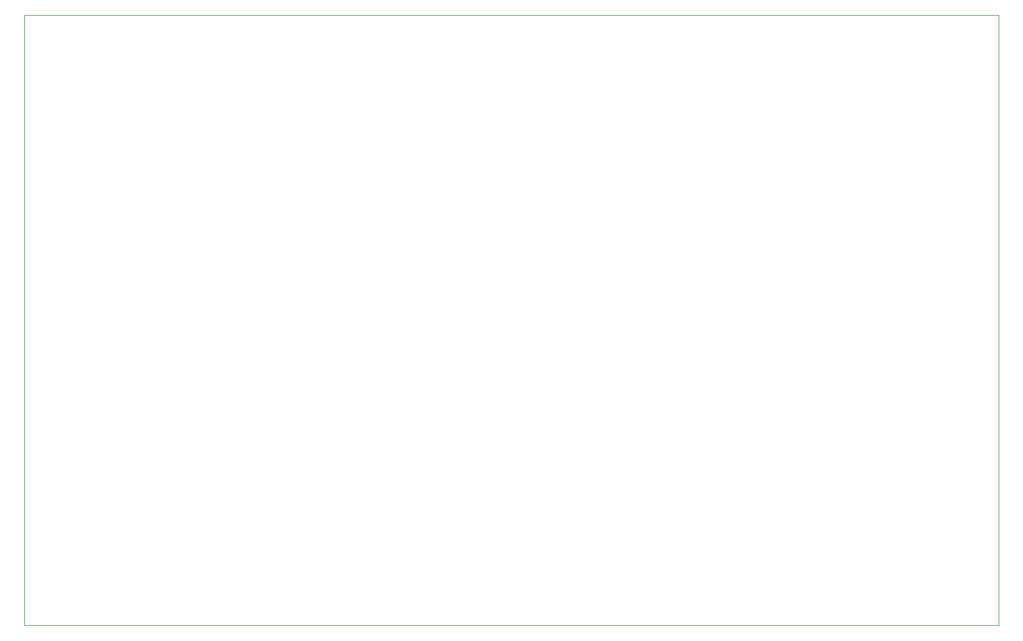
<source format=gbr>
%TF.GenerationSoftware,KiCad,Pcbnew,(6.0.0-rc1-dev-1444-gad0d9f8df)*%
%TF.CreationDate,2019-01-02T13:44:12+02:00*%
%TF.ProjectId,digiTOS-COMOD-SinBoard-routed-2,64696769-544f-4532-9d43-4f4d4f442d53,rev?*%
%TF.SameCoordinates,Original*%
%TF.FileFunction,Profile,NP*%
%FSLAX46Y46*%
G04 Gerber Fmt 4.6, Leading zero omitted, Abs format (unit mm)*
G04 Created by KiCad (PCBNEW (6.0.0-rc1-dev-1444-gad0d9f8df)) date 02/01/2019 13:44:12*
%MOMM*%
%LPD*%
G04 APERTURE LIST*
%ADD10C,0.050000*%
G04 APERTURE END LIST*
D10*
X109500000Y-42500000D02*
X251800000Y-42500000D01*
X251800000Y-131600000D02*
X251800000Y-42500000D01*
X109500000Y-131600000D02*
X251800000Y-131600000D01*
X109500000Y-42500000D02*
X109500000Y-131600000D01*
M02*

</source>
